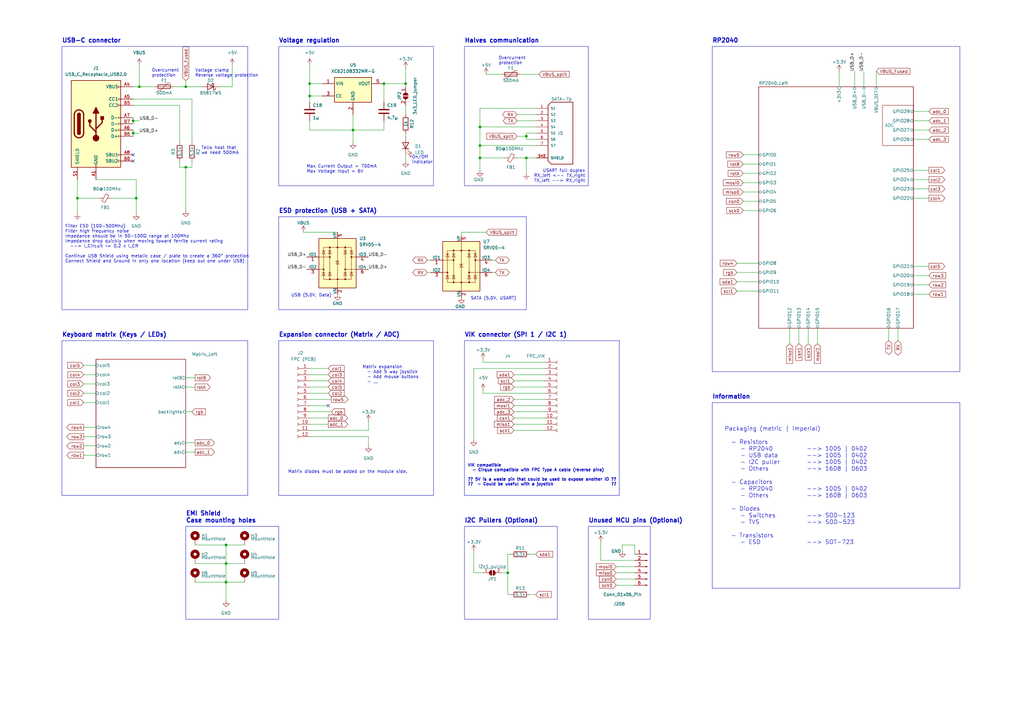
<source format=kicad_sch>
(kicad_sch (version 20230121) (generator eeschema)
  (paper "A3")
  (title_block (title "Echinos - Left Side") (date "2023-06-27"))
  (lib_symbols
    (symbol "Connector:Conn_01x06_Pin" (pin_names (offset 1.016) hide)
      (property "Reference" "J" (at 0 7.62 0))
      (property "Value" "Conn_01x06_Pin" (at 0 -10.16 0))
      (symbol "Conn_01x06_Pin_1_1"
        (pin passive line (at 5.08 5.08 180) (length 3.81) (name "Pin_1") (number "1"))
        (pin passive line (at 5.08 2.54 180) (length 3.81) (name "Pin_2") (number "2"))
        (pin passive line (at 5.08 0 180) (length 3.81) (name "Pin_3") (number "3"))
        (pin passive line (at 5.08 -2.54 180) (length 3.81) (name "Pin_4") (number "4"))
        (pin passive line (at 5.08 -5.08 180) (length 3.81) (name "Pin_5") (number "5"))
        (pin passive line (at 5.08 -7.62 180) (length 3.81) (name "Pin_6") (number "6"))
      )
    )
    (symbol "Connector:Conn_01x12_Socket" (pin_names (offset 1.016) hide)
      (property "Reference" "J" (at 0 15.24 0))
      (property "Value" "Conn_01x12_Socket" (at 0 -17.78 0))
      (symbol "Conn_01x12_Socket_1_1"
        (pin passive line (at -5.08 12.7 0) (length 3.81) (name "Pin_1") (number "1"))
        (pin passive line (at -5.08 -10.16 0) (length 3.81) (name "Pin_10") (number "10"))
        (pin passive line (at -5.08 -12.7 0) (length 3.81) (name "Pin_11") (number "11"))
        (pin passive line (at -5.08 -15.24 0) (length 3.81) (name "Pin_12") (number "12"))
        (pin passive line (at -5.08 10.16 0) (length 3.81) (name "Pin_2") (number "2"))
        (pin passive line (at -5.08 7.62 0) (length 3.81) (name "Pin_3") (number "3"))
        (pin passive line (at -5.08 5.08 0) (length 3.81) (name "Pin_4") (number "4"))
        (pin passive line (at -5.08 2.54 0) (length 3.81) (name "Pin_5") (number "5"))
        (pin passive line (at -5.08 0 0) (length 3.81) (name "Pin_6") (number "6"))
        (pin passive line (at -5.08 -2.54 0) (length 3.81) (name "Pin_7") (number "7"))
        (pin passive line (at -5.08 -5.08 0) (length 3.81) (name "Pin_8") (number "8"))
        (pin passive line (at -5.08 -7.62 0) (length 3.81) (name "Pin_9") (number "9"))
      )
    )
    (symbol "Connector:USB_C_Receptacle_USB2.0" (pin_names (offset 1.016))
      (property "Reference" "J" (at -10.16 19.05 0))
      (property "Value" "USB_C_Receptacle_USB2.0" (at 19.05 19.05 0))
      (symbol "USB_C_Receptacle_USB2.0_1_1"
        (pin passive line (at 0 -22.86 90) (length 5.08) (name "GND") (number "A1"))
        (pin passive line (at 0 -22.86 90) (length 5.08) hide (name "GND") (number "A12"))
        (pin passive line (at 15.24 15.24 180) (length 5.08) (name "VBUS") (number "A4"))
        (pin bidirectional line (at 15.24 10.16 180) (length 5.08) (name "CC1") (number "A5"))
        (pin bidirectional line (at 15.24 -2.54 180) (length 5.08) (name "D+") (number "A6"))
        (pin bidirectional line (at 15.24 2.54 180) (length 5.08) (name "D-") (number "A7"))
        (pin bidirectional line (at 15.24 -12.7 180) (length 5.08) (name "SBU1") (number "A8"))
        (pin passive line (at 15.24 15.24 180) (length 5.08) hide (name "VBUS") (number "A9"))
        (pin passive line (at 0 -22.86 90) (length 5.08) hide (name "GND") (number "B1"))
        (pin passive line (at 0 -22.86 90) (length 5.08) hide (name "GND") (number "B12"))
        (pin passive line (at 15.24 15.24 180) (length 5.08) hide (name "VBUS") (number "B4"))
        (pin bidirectional line (at 15.24 7.62 180) (length 5.08) (name "CC2") (number "B5"))
        (pin bidirectional line (at 15.24 -5.08 180) (length 5.08) (name "D+") (number "B6"))
        (pin bidirectional line (at 15.24 0 180) (length 5.08) (name "D-") (number "B7"))
        (pin bidirectional line (at 15.24 -15.24 180) (length 5.08) (name "SBU2") (number "B8"))
        (pin passive line (at 15.24 15.24 180) (length 5.08) hide (name "VBUS") (number "B9"))
        (pin passive line (at -7.62 -22.86 90) (length 5.08) (name "SHIELD") (number "S1"))
      )
    )
    (symbol "Device:C" (pin_numbers hide) (pin_names (offset 0.254))
      (property "Reference" "C" (at 0.635 2.54 0))
      (property "Value" "C" (at 0.635 -2.54 0))
      (symbol "C_1_1"
        (pin passive line (at 0 3.81 270) (length 2.794) (name "~") (number "1"))
        (pin passive line (at 0 -3.81 90) (length 2.794) (name "~") (number "2"))
      )
    )
    (symbol "Device:D_Schottky" (pin_numbers hide) (pin_names (offset 1.016) hide)
      (property "Reference" "D" (at 0 2.54 0))
      (property "Value" "D_Schottky" (at 0 -2.54 0))
      (symbol "D_Schottky_1_1"
        (pin passive line (at -3.81 0 0) (length 2.54) (name "K") (number "1"))
        (pin passive line (at 3.81 0 180) (length 2.54) (name "A") (number "2"))
      )
    )
    (symbol "Device:FerriteBead_Small" (pin_numbers hide) (pin_names (offset 0))
      (property "Reference" "FB" (at 1.905 1.27 0))
      (property "Value" "FerriteBead_Small" (at 1.905 -1.27 0))
      (symbol "FerriteBead_Small_1_1"
        (pin passive line (at 0 2.54 270) (length 1.27) (name "~") (number "1"))
        (pin passive line (at 0 -2.54 90) (length 1.27) (name "~") (number "2"))
      )
    )
    (symbol "Device:LED" (pin_numbers hide) (pin_names (offset 1.016) hide)
      (property "Reference" "D" (at 0 2.54 0))
      (property "Value" "LED" (at 0 -2.54 0))
      (symbol "LED_1_1"
        (pin passive line (at -3.81 0 0) (length 2.54) (name "K") (number "1"))
        (pin passive line (at 3.81 0 180) (length 2.54) (name "A") (number "2"))
      )
    )
    (symbol "Device:Polyfuse" (pin_numbers hide) (pin_names (offset 0))
      (property "Reference" "F" (at -2.54 0 90))
      (property "Value" "Polyfuse" (at 2.54 0 90))
      (symbol "Polyfuse_1_1"
        (pin passive line (at 0 3.81 270) (length 1.27) (name "~") (number "1"))
        (pin passive line (at 0 -3.81 90) (length 1.27) (name "~") (number "2"))
      )
    )
    (symbol "Device:R" (pin_numbers hide) (pin_names (offset 0))
      (property "Reference" "R" (at 2.032 0 90))
      (property "Value" "R" (at 0 0 90))
      (symbol "R_1_1"
        (pin passive line (at 0 3.81 270) (length 1.27) (name "~") (number "1"))
        (pin passive line (at 0 -3.81 90) (length 1.27) (name "~") (number "2"))
      )
    )
    (symbol "Echinos:SATA-7p" (pin_names (offset 1.016))
      (property "Reference" "J" (at -5.08 13.97 0))
      (property "Value" "SATA-7p" (at -5.08 -15.24 0))
      (symbol "SATA-7p_0_0"
        (pin passive line (at -10.16 7.62 0) (length 5.08) (name "S2") (number "2"))
        (pin passive line (at -10.16 5.08 0) (length 5.08) (name "S3") (number "3"))
        (pin passive line (at -10.16 2.54 0) (length 5.08) (name "S4") (number "4"))
        (pin passive line (at -10.16 0 0) (length 5.08) (name "S5") (number "5"))
        (pin passive line (at -10.16 -2.54 0) (length 5.08) (name "S6") (number "6"))
        (pin passive line (at -10.16 -5.08 0) (length 5.08) (name "S7") (number "7"))
        (pin passive line (at -10.16 -10.16 0) (length 5.08) (name "SHIELD") (number "SH1"))
        (pin passive line (at -10.16 -10.16 0) (length 5.08) (name "SHIELD") (number "SH2"))
      )
      (symbol "SATA-7p_1_1"
        (pin passive line (at -10.16 10.16 0) (length 5.08) (name "S1") (number "1"))
      )
    )
    (symbol "Jumper:SolderJumper_2_Open" (pin_names (offset 0) hide)
      (property "Reference" "JP" (at 0 2.032 0))
      (property "Value" "SolderJumper_2_Open" (at 0 -2.54 0))
      (symbol "SolderJumper_2_Open_1_1"
        (pin passive line (at -3.81 0 0) (length 2.54) (name "A") (number "1"))
        (pin passive line (at 3.81 0 180) (length 2.54) (name "B") (number "2"))
      )
    )
    (symbol "Mechanical:MountingHole_Pad" (pin_numbers hide) (pin_names (offset 1.016) hide)
      (property "Reference" "H" (at 0 6.35 0))
      (property "Value" "MountingHole_Pad" (at 0 4.445 0))
      (symbol "MountingHole_Pad_1_1"
        (pin input line (at 0 -2.54 90) (length 2.54) (name "1") (number "1"))
      )
    )
    (symbol "Power_Protection:SRV05-4" (pin_names (offset 0))
      (property "Reference" "U" (at -5.08 11.43 0))
      (property "Value" "SRV05-4" (at 2.54 11.43 0))
      (symbol "SRV05-4_1_1"
        (pin passive line (at -12.7 2.54 0) (length 5.08) (name "IO1") (number "1"))
        (pin passive line (at 0 -12.7 90) (length 2.54) (name "VN") (number "2"))
        (pin passive line (at -12.7 -2.54 0) (length 5.08) (name "IO2") (number "3"))
        (pin passive line (at 12.7 2.54 180) (length 5.08) (name "IO3") (number "4"))
        (pin passive line (at 0 12.7 270) (length 2.54) (name "VP") (number "5"))
        (pin passive line (at 12.7 -2.54 180) (length 5.08) (name "IO4") (number "6"))
      )
    )
    (symbol "Regulator_Linear:XC6210B332MR"
      (property "Reference" "U" (at 0 8.89 0))
      (property "Value" "XC6210B332MR" (at 0 6.35 0))
      (symbol "XC6210B332MR_1_1"
        (pin power_in line (at -12.7 2.54 0) (length 5.08) (name "VIN") (number "1"))
        (pin power_in line (at 0 -10.16 90) (length 5.08) (name "GND") (number "2"))
        (pin input line (at -12.7 -2.54 0) (length 5.08) (name "CE") (number "3"))
        (pin no_connect line (at 7.62 -2.54 180) (length 5.08) hide (name "NC") (number "4"))
        (pin power_out line (at 12.7 2.54 180) (length 5.08) (name "VOUT") (number "5"))
      )
    )
    (symbol "power:+3.3V" (power) (pin_names (offset 0))
      (property "Value" "+3.3V" (at 0 3.556 0))
      (symbol "+3.3V_1_1"
        (pin power_in line (at 0 0 90) (length 0) hide (name "+3.3V") (number "1"))
      )
    )
    (symbol "power:+5V" (power) (pin_names (offset 0))
      (property "Value" "+5V" (at 0 3.556 0))
      (symbol "+5V_1_1"
        (pin power_in line (at 0 0 90) (length 0) hide (name "+5V") (number "1"))
      )
    )
    (symbol "power:Earth" (power) (pin_names (offset 0))
      (symbol "Earth_1_1"
        (pin power_in line (at 0 0 270) (length 0) hide (name "Earth") (number "1"))
      )
    )
    (symbol "power:GND" (power) (pin_names (offset 0))
      (property "Value" "GND" (at 0 -3.81 0))
      (symbol "GND_1_1"
        (pin power_in line (at 0 0 270) (length 0) hide (name "GND") (number "1"))
      )
    )
    (symbol "power:VBUS" (power) (pin_names (offset 0))
      (property "Value" "VBUS" (at 0 3.81 0))
      (symbol "VBUS_1_1"
        (pin power_in line (at 0 0 90) (length 0) hide (name "VBUS") (number "1"))
      )
    )
  )
  (junction (at 157.48 34.29))
  (junction (at 92.71 238.76))
  (junction (at 57.15 35.56))
  (junction (at 127 39.37))
  (junction (at 54.61 49.53))
  (junction (at 144.78 53.34))
  (junction (at 215.9 64.77))
  (junction (at 55.88 81.28))
  (junction (at 127 34.29))
  (junction (at 54.61 54.61))
  (junction (at 208.28 234.95))
  (junction (at 92.71 223.52))
  (junction (at 166.37 34.29))
  (junction (at 76.2 35.56))
  (junction (at 31.75 81.28))
  (junction (at 196.85 52.07))
  (junction (at 92.71 231.14))
  (junction (at 196.85 64.77))
  (junction (at 215.9 55.88))
  (junction (at 76.2 68.58))
  (junction (at 196.85 59.69))
  (no_connect (at 134.62 166.37))
  (no_connect (at 54.61 66.04))
  (no_connect (at 54.61 63.5))
  (wire (pts (xy 255.27 223.52) (xy 255.27 226.06)))
  (wire (pts (xy 127 166.37) (xy 134.62 166.37)))
  (wire (pts (xy 31.75 81.28) (xy 31.75 73.66)))
  (wire (pts (xy 212.09 46.99) (xy 219.71 46.99)))
  (wire (pts (xy 157.48 41.91) (xy 157.48 34.29)))
  (wire (pts (xy 260.35 229.87) (xy 246.38 229.87)))
  (wire (pts (xy 144.78 46.99) (xy 144.78 53.34)))
  (wire (pts (xy 210.82 163.83) (xy 223.52 163.83)))
  (wire (pts (xy 151.13 182.88) (xy 151.13 179.07)))
  (wire (pts (xy 203.2 111.76) (xy 201.93 111.76)))
  (wire (pts (xy 57.15 54.61) (xy 54.61 54.61)))
  (wire (pts (xy 54.61 35.56) (xy 57.15 35.56)))
  (wire (pts (xy 210.82 153.67) (xy 223.52 153.67)))
  (wire (pts (xy 92.71 231.14) (xy 92.71 238.76)))
  (wire (pts (xy 374.65 109.22) (xy 381 109.22)))
  (wire (pts (xy 144.78 53.34) (xy 157.48 53.34)))
  (wire (pts (xy 92.71 231.14) (xy 100.33 231.14)))
  (wire (pts (xy 196.85 59.69) (xy 196.85 64.77)))
  (wire (pts (xy 54.61 48.26) (xy 54.61 49.53)))
  (wire (pts (xy 344.17 35.56) (xy 344.17 29.21)))
  (wire (pts (xy 166.37 46.99) (xy 166.37 43.18)))
  (wire (pts (xy 196.85 44.45) (xy 219.71 44.45)))
  (wire (pts (xy 34.29 157.48) (xy 39.37 157.48)))
  (wire (pts (xy 124.46 95.25) (xy 138.43 95.25)))
  (wire (pts (xy 134.62 158.75) (xy 127 158.75)))
  (wire (pts (xy 198.12 148.59) (xy 198.12 147.32)))
  (wire (pts (xy 374.65 77.47) (xy 381 77.47)))
  (wire (pts (xy 194.31 234.95) (xy 198.12 234.95)))
  (wire (pts (xy 210.82 156.21) (xy 223.52 156.21)))
  (wire (pts (xy 57.15 26.67) (xy 57.15 35.56)))
  (wire (pts (xy 323.85 134.62) (xy 323.85 140.97)))
  (wire (pts (xy 304.8 67.31) (xy 311.15 67.31)))
  (wire (pts (xy 127 39.37) (xy 132.08 39.37)))
  (wire (pts (xy 260.35 223.52) (xy 260.35 227.33)))
  (wire (pts (xy 304.8 63.5) (xy 311.15 63.5)))
  (wire (pts (xy 217.17 227.33) (xy 219.71 227.33)))
  (wire (pts (xy 73.66 43.18) (xy 73.66 58.42)))
  (wire (pts (xy 76.2 158.75) (xy 80.01 158.75)))
  (wire (pts (xy 76.2 68.58) (xy 73.66 68.58)))
  (wire (pts (xy 208.28 234.95) (xy 205.74 234.95)))
  (wire (pts (xy 196.85 64.77) (xy 207.01 64.77)))
  (wire (pts (xy 175.26 111.76) (xy 176.53 111.76)))
  (wire (pts (xy 215.9 55.88) (xy 215.9 57.15)))
  (wire (pts (xy 76.2 35.56) (xy 82.55 35.56)))
  (wire (pts (xy 302.26 107.95) (xy 311.15 107.95)))
  (wire (pts (xy 157.48 34.29) (xy 166.37 34.29)))
  (wire (pts (xy 80.01 231.14) (xy 92.71 231.14)))
  (wire (pts (xy 78.74 68.58) (xy 76.2 68.58)))
  (wire (pts (xy 223.52 161.29) (xy 198.12 161.29)))
  (wire (pts (xy 127 39.37) (xy 127 41.91)))
  (wire (pts (xy 54.61 43.18) (xy 73.66 43.18)))
  (wire (pts (xy 54.61 54.61) (xy 54.61 55.88)))
  (wire (pts (xy 196.85 52.07) (xy 219.71 52.07)))
  (wire (pts (xy 78.74 66.04) (xy 78.74 68.58)))
  (wire (pts (xy 255.27 223.52) (xy 260.35 223.52)))
  (wire (pts (xy 374.65 73.66) (xy 381 73.66)))
  (wire (pts (xy 304.8 78.74) (xy 311.15 78.74)))
  (wire (pts (xy 76.2 68.58) (xy 76.2 86.36)))
  (wire (pts (xy 335.28 134.62) (xy 335.28 140.97)))
  (wire (pts (xy 76.2 181.61) (xy 80.01 181.61)))
  (wire (pts (xy 189.23 95.25) (xy 199.39 95.25)))
  (wire (pts (xy 208.28 243.84) (xy 208.28 234.95)))
  (wire (pts (xy 196.85 64.77) (xy 196.85 69.85)))
  (wire (pts (xy 199.39 30.48) (xy 205.74 30.48)))
  (wire (pts (xy 302.26 111.76) (xy 311.15 111.76)))
  (wire (pts (xy 34.29 175.26) (xy 39.37 175.26)))
  (wire (pts (xy 198.12 161.29) (xy 198.12 160.02)))
  (wire (pts (xy 127 34.29) (xy 127 26.67)))
  (wire (pts (xy 374.65 120.65) (xy 381 120.65)))
  (wire (pts (xy 364.49 134.62) (xy 364.49 139.7)))
  (wire (pts (xy 34.29 179.07) (xy 39.37 179.07)))
  (wire (pts (xy 34.29 161.29) (xy 39.37 161.29)))
  (wire (pts (xy 212.09 55.88) (xy 215.9 55.88)))
  (wire (pts (xy 76.2 154.94) (xy 80.01 154.94)))
  (wire (pts (xy 34.29 186.69) (xy 39.37 186.69)))
  (wire (pts (xy 212.09 49.53) (xy 219.71 49.53)))
  (wire (pts (xy 304.8 86.36) (xy 311.15 86.36)))
  (wire (pts (xy 166.37 35.56) (xy 166.37 34.29)))
  (wire (pts (xy 252.73 237.49) (xy 260.35 237.49)))
  (wire (pts (xy 359.41 29.21) (xy 359.41 35.56)))
  (wire (pts (xy 210.82 166.37) (xy 223.52 166.37)))
  (wire (pts (xy 210.82 158.75) (xy 223.52 158.75)))
  (wire (pts (xy 135.89 163.83) (xy 127 163.83)))
  (wire (pts (xy 80.01 238.76) (xy 92.71 238.76)))
  (wire (pts (xy 194.31 151.13) (xy 194.31 180.34)))
  (wire (pts (xy 196.85 59.69) (xy 219.71 59.69)))
  (wire (pts (xy 223.52 148.59) (xy 198.12 148.59)))
  (wire (pts (xy 127 171.45) (xy 134.62 171.45)))
  (wire (pts (xy 210.82 171.45) (xy 223.52 171.45)))
  (wire (pts (xy 175.26 106.68) (xy 176.53 106.68)))
  (wire (pts (xy 304.8 82.55) (xy 311.15 82.55)))
  (wire (pts (xy 210.82 176.53) (xy 223.52 176.53)))
  (wire (pts (xy 215.9 54.61) (xy 219.71 54.61)))
  (wire (pts (xy 252.73 234.95) (xy 260.35 234.95)))
  (wire (pts (xy 76.2 33.02) (xy 76.2 35.56)))
  (wire (pts (xy 92.71 223.52) (xy 100.33 223.52)))
  (wire (pts (xy 252.73 232.41) (xy 260.35 232.41)))
  (wire (pts (xy 78.74 40.64) (xy 78.74 58.42)))
  (wire (pts (xy 100.33 238.76) (xy 92.71 238.76)))
  (wire (pts (xy 151.13 176.53) (xy 127 176.53)))
  (wire (pts (xy 31.75 87.63) (xy 31.75 81.28)))
  (wire (pts (xy 80.01 223.52) (xy 92.71 223.52)))
  (wire (pts (xy 55.88 81.28) (xy 55.88 87.63)))
  (wire (pts (xy 127 168.91) (xy 135.89 168.91)))
  (wire (pts (xy 34.29 182.88) (xy 39.37 182.88)))
  (wire (pts (xy 45.72 81.28) (xy 55.88 81.28)))
  (wire (pts (xy 76.2 185.42) (xy 80.01 185.42)))
  (wire (pts (xy 209.55 243.84) (xy 208.28 243.84)))
  (wire (pts (xy 127 53.34) (xy 144.78 53.34)))
  (wire (pts (xy 90.17 35.56) (xy 95.25 35.56)))
  (wire (pts (xy 92.71 238.76) (xy 92.71 246.38)))
  (wire (pts (xy 203.2 106.68) (xy 201.93 106.68)))
  (wire (pts (xy 302.26 115.57) (xy 311.15 115.57)))
  (wire (pts (xy 127 39.37) (xy 127 34.29)))
  (wire (pts (xy 127 53.34) (xy 127 49.53)))
  (wire (pts (xy 54.61 49.53) (xy 54.61 50.8)))
  (wire (pts (xy 134.62 161.29) (xy 127 161.29)))
  (wire (pts (xy 34.29 153.67) (xy 39.37 153.67)))
  (wire (pts (xy 127 34.29) (xy 132.08 34.29)))
  (wire (pts (xy 374.65 53.34) (xy 381 53.34)))
  (wire (pts (xy 374.65 113.03) (xy 381 113.03)))
  (wire (pts (xy 73.66 66.04) (xy 73.66 68.58)))
  (wire (pts (xy 304.8 74.93) (xy 311.15 74.93)))
  (wire (pts (xy 34.29 165.1) (xy 39.37 165.1)))
  (wire (pts (xy 196.85 44.45) (xy 196.85 52.07)))
  (wire (pts (xy 208.28 227.33) (xy 208.28 234.95)))
  (wire (pts (xy 166.37 27.94) (xy 166.37 34.29)))
  (wire (pts (xy 76.2 168.91) (xy 78.74 168.91)))
  (wire (pts (xy 55.88 73.66) (xy 39.37 73.66)))
  (wire (pts (xy 71.12 35.56) (xy 76.2 35.56)))
  (wire (pts (xy 215.9 57.15) (xy 219.71 57.15)))
  (wire (pts (xy 246.38 229.87) (xy 246.38 222.25)))
  (wire (pts (xy 374.65 57.15) (xy 381 57.15)))
  (wire (pts (xy 354.33 29.21) (xy 354.33 35.56)))
  (wire (pts (xy 54.61 53.34) (xy 54.61 54.61)))
  (wire (pts (xy 151.13 179.07) (xy 127 179.07)))
  (wire (pts (xy 368.3 134.62) (xy 368.3 139.7)))
  (wire (pts (xy 134.62 156.21) (xy 127 156.21)))
  (wire (pts (xy 55.88 73.66) (xy 55.88 81.28)))
  (wire (pts (xy 374.65 45.72) (xy 381 45.72)))
  (wire (pts (xy 331.47 134.62) (xy 331.47 140.97)))
  (wire (pts (xy 374.65 49.53) (xy 381 49.53)))
  (wire (pts (xy 304.8 71.12) (xy 311.15 71.12)))
  (wire (pts (xy 215.9 64.77) (xy 215.9 71.12)))
  (wire (pts (xy 95.25 26.67) (xy 95.25 35.56)))
  (wire (pts (xy 215.9 54.61) (xy 215.9 55.88)))
  (wire (pts (xy 374.65 69.85) (xy 381 69.85)))
  (wire (pts (xy 374.65 81.28) (xy 381 81.28)))
  (wire (pts (xy 210.82 168.91) (xy 223.52 168.91)))
  (wire (pts (xy 194.31 226.06) (xy 194.31 234.95)))
  (wire (pts (xy 166.37 63.5) (xy 166.37 66.04)))
  (wire (pts (xy 196.85 52.07) (xy 196.85 59.69)))
  (wire (pts (xy 209.55 227.33) (xy 208.28 227.33)))
  (wire (pts (xy 151.13 172.72) (xy 151.13 176.53)))
  (wire (pts (xy 144.78 53.34) (xy 144.78 58.42)))
  (wire (pts (xy 194.31 151.13) (xy 223.52 151.13)))
  (wire (pts (xy 134.62 153.67) (xy 127 153.67)))
  (wire (pts (xy 57.15 35.56) (xy 63.5 35.56)))
  (wire (pts (xy 54.61 40.64) (xy 78.74 40.64)))
  (wire (pts (xy 189.23 95.25) (xy 189.23 96.52)))
  (wire (pts (xy 57.15 49.53) (xy 54.61 49.53)))
  (wire (pts (xy 215.9 64.77) (xy 219.71 64.77)))
  (wire (pts (xy 217.17 243.84) (xy 219.71 243.84)))
  (wire (pts (xy 213.36 30.48) (xy 220.98 30.48)))
  (wire (pts (xy 166.37 54.61) (xy 166.37 55.88)))
  (wire (pts (xy 31.75 81.28) (xy 40.64 81.28)))
  (wire (pts (xy 350.52 29.21) (xy 350.52 35.56)))
  (wire (pts (xy 134.62 151.13) (xy 127 151.13)))
  (wire (pts (xy 34.29 149.86) (xy 39.37 149.86)))
  (wire (pts (xy 212.09 64.77) (xy 215.9 64.77)))
  (wire (pts (xy 134.62 173.99) (xy 127 173.99)))
  (wire (pts (xy 302.26 119.38) (xy 311.15 119.38)))
  (wire (pts (xy 210.82 173.99) (xy 223.52 173.99)))
  (wire (pts (xy 92.71 223.52) (xy 92.71 231.14)))
  (wire (pts (xy 327.66 134.62) (xy 327.66 140.97)))
  (wire (pts (xy 374.65 116.84) (xy 381 116.84)))
  (wire (pts (xy 157.48 49.53) (xy 157.48 53.34)))
  (wire (pts (xy 252.73 240.03) (xy 260.35 240.03)))
  (rectangle (start 114.3 139.7) (end 177.8 203.2))
  (rectangle (start 114.3 19.05) (end 177.8 76.2))
  (rectangle (start 292.1 165.1) (end 393.7 241.3))
  (rectangle (start 190.5 139.7) (end 254 203.2))
  (rectangle (start 190.5 215.9) (end 228.6 254))
  (rectangle (start 292.1 19.05) (end 393.7 152.4))
  (rectangle (start 76.2 215.9) (end 114.3 254))
  (rectangle (start 190.5 19.05) (end 241.3 76.2))
  (rectangle (start 25.4 19.05) (end 101.6 127))
  (rectangle (start 114.3 88.9) (end 215.9 127))
  (rectangle (start 241.3 215.9) (end 266.7 254))
  (rectangle (start 25.4 139.7) (end 101.6 203.2))
  (text_box "ADC" (at 361.95 43.18 0) (size 12.7 16.51) (stroke (width 0) (color 132 0 0 1)) (effects (font (size 1.27 1.27)) (justify left)))
  (text "Tells host that\nwe need 500mA" (at 82.55 63.5 0) (effects (font (size 1.27 1.27)) (justify left bottom)))
  (text "Halves communication" (at 190.5 17.78 0) (effects (font (size 1.778 1.778) (thickness 0.3556) bold) (justify left bottom)))
  (text "Matrix expansion\n  - Add 5 way joystick\n  - Add mouse buttons\n  - ..." (at 148.59 157.48 0) (effects (font (size 1.27 1.27)) (justify left bottom)))
  (text "Packaging (metric | imperial)\n\n  - Resistors\n	- RP2040		--> 1005 | 0402\n	- USB data 		--> 1005 | 0402\n	- I2C puller	--> 1005 | 0402\n	- Others		--> 1608 | 0603\n\n  - Capacitors\n	- RP2040		--> 1005 | 0402\n	- Others		--> 1608 | 0603\n\n  - Diodes\n	- Switches		--> SOD-123\n	- TVS			--> SOD-523\n\n  - Transistors\n	- ESD			--> SOT-723" (at 297.18 223.52 0) (effects (font (size 1.7 1.7)) (justify left bottom)))
  (text "EMI Shield\nCase mounting holes" (at 76.2 214.63 0) (effects (font (size 1.778 1.778) (thickness 0.3556) bold) (justify left bottom)))
  (text "Information" (at 292.1 163.83 0) (effects (font (size 1.778 1.778) (thickness 0.3556) bold) (justify left bottom)))
  (text "USB (5.0V, Data)" (at 119.38 121.92 0) (effects (font (size 1.27 1.27)) (justify left bottom)))
  (text "ESD protection\n  - VBUS + IO\n    --> ElecSuper USBLC6-2P6-ES (5V, 3 lines, SOT-563)\n\n  - VBUS\n    --> Texas Instruments TVS0500DRVR (0.39)\n    --> Texas Instruments TPD1E10B06QDPYRQ1 (1.11)\n\n  - IO\n    --> Born ESD7L5.0DT5G-N (5V, 2 lines, SOT 723) (0.13)\n	--> Texas Instruments TPD2E2U06 (TODO)" (at -58.42 -43.18 0) (effects (font (size 1.27 1.27)) (justify left bottom)))
  (text "VIK connector (SPI 1 / I2C 1)" (at 190.5 138.43 0) (effects (font (size 1.778 1.778) (thickness 0.3556) bold) (justify left bottom)))
  (text "Overcurrent\nprotection" (at 204.47 26.67 0) (effects (font (size 1.27 1.27)) (justify left bottom)))
  (text "Design rules\n---------\n\n" (at 427.99 27.94 0) (effects (font (size 3 3)) (justify left bottom)))
  (text "Matrix diodes must be added on the module side." (at 118.11 194.31 0) (effects (font (size 1.27 1.27)) (justify left bottom)))
  (text "Max Current Output = 700mA\nMax Voltage Input = 6V" (at 125.73 71.12 0) (effects (font (size 1.27 1.27)) (justify left bottom)))
  (text "Filter ESD (100-500Mhz)\nFilter high frequency noise\nImpedance should be in 50-100Ω range at 100Mhz\nImpedance drop quickly when moving toward ferrite current rating \n  --> I_Circuit ~= 0.2 x I_CR\n\nContinue USB Shield using metalic case / plate to create a 360° protection\nConnect Shield and Ground in only one location (keep out one under USB)" (at 26.67 107.95 0) (effects (font (size 1.27 1.27)) (justify left bottom)))
  (text "USART full duplex\nRX_left <-- TX_right\nTX_left --> RX_right" (at 240.03 74.93 0) (effects (font (size 1.27 1.27)) (justify right bottom)))
  (text "SATA (5.0V, USART)" (at 193.04 123.19 0) (effects (font (size 1.27 1.27)) (justify left bottom)))
  (text "USB-C connector" (at 25.4 17.78 0) (effects (font (size 1.778 1.778) (thickness 0.3556) bold) (justify left bottom)))
  (text "I2C Pullers (Optional)" (at 190.5 214.63 0) (effects (font (size 1.778 1.778) (thickness 0.3556) bold) (justify left bottom)))
  (text "Expansion connector (Matrix / ADC)" (at 114.3 138.43 0) (effects (font (size 1.778 1.778) (thickness 0.3556) bold) (justify left bottom)))
  (text "Voltage regulation" (at 114.3 17.78 0) (effects (font (size 1.778 1.778) (thickness 0.3556) bold) (justify left bottom)))
  (text "Voltage clamp\nReverse voltage protection" (at 80.01 31.75 0) (effects (font (size 1.27 1.27)) (justify left bottom)))
  (text "ESD protection (USB + SATA)\n" (at 114.3 87.63 0) (effects (font (size 1.778 1.778) (thickness 0.3556) bold) (justify left bottom)))
  (text "RP2040" (at 292.1 17.78 0) (effects (font (size 1.778 1.778) (thickness 0.3556) bold) (justify left bottom)))
  (text "Unused MCU pins (Optional)" (at 241.3 214.63 0) (effects (font (size 1.778 1.778) (thickness 0.3556) bold) (justify left bottom)))
  (text "Keyboard matrix (Keys / LEDs)" (at 25.4 138.43 0) (effects (font (size 1.778 1.778) (thickness 0.3556) bold) (justify left bottom)))
  (text "VIK compatible\n  - Cirque compatible with FPC Type A cable (reverse pins)\n \n?? 5V is a waste pin that could be used to expose another IO ??\n??  - Could be useful with a joystick                          ??" (at 191.77 199.39 0) (effects (font (size 1.2 1.2) (thickness 0.24) bold) (justify left bottom)))
  (text "Overcurrent\nprotection" (at 62.23 31.75 0) (effects (font (size 1.27 1.27)) (justify left bottom)))
  (text "On/Off\nindicator" (at 168.91 67.31 0) (effects (font (size 1.27 1.27)) (justify left bottom)))
  (label "USB_D-" (at 125.73 110.49 180))
  (label "USB_D+" (at 57.15 54.61 0))
  (label "USB_D+" (at 125.73 105.41 180))
  (label "USB_D+" (at 350.52 29.21 90))
  (label "USB_D+" (at 151.13 110.49 0))
  (label "USB_D-" (at 354.33 29.21 90))
  (label "USB_D-" (at 57.15 49.53 0))
  (label "USB_D-" (at 151.13 105.41 0))
  (global_label "mosi0" (shape input) (at 304.8 74.93 180) (property "Intersheetrefs" "${INTERSHEET_REFS}" (effects hide)))
  (global_label "col3" (shape input) (at 134.62 153.67 0) (property "Intersheetrefs" "${INTERSHEET_REFS}" (effects hide)))
  (global_label "adc_2" (shape input) (at 381 53.34 0) (property "Intersheetrefs" "${INTERSHEET_REFS}" (effects hide)))
  (global_label "row2" (shape output) (at 34.29 182.88 180) (property "Intersheetrefs" "${INTERSHEET_REFS}" (effects hide)))
  (global_label "row3" (shape input) (at 381 113.03 0) (property "Intersheetrefs" "${INTERSHEET_REFS}" (effects hide)))
  (global_label "col4" (shape output) (at 381 81.28 0) (property "Intersheetrefs" "${INTERSHEET_REFS}" (effects hide)))
  (global_label "rgb" (shape input) (at 135.89 168.91 0) (property "Intersheetrefs" "${INTERSHEET_REFS}" (effects hide)))
  (global_label "adc_1" (shape output) (at 80.01 185.42 0) (property "Intersheetrefs" "${INTERSHEET_REFS}" (effects hide)))
  (global_label "col2" (shape input) (at 34.29 161.29 180) (property "Intersheetrefs" "${INTERSHEET_REFS}" (effects hide)))
  (global_label "adc_0" (shape output) (at 134.62 171.45 0) (property "Intersheetrefs" "${INTERSHEET_REFS}" (effects hide)))
  (global_label "sck1" (shape input) (at 331.47 140.97 270) (property "Intersheetrefs" "${INTERSHEET_REFS}" (effects hide)))
  (global_label "miso1" (shape input) (at 210.82 173.99 180) (property "Intersheetrefs" "${INTERSHEET_REFS}" (effects hide)))
  (global_label "rotB" (shape input) (at 304.8 67.31 180) (property "Intersheetrefs" "${INTERSHEET_REFS}" (effects hide)))
  (global_label "RX" (shape bidirectional) (at 212.09 46.99 180) (property "Intersheetrefs" "${INTERSHEET_REFS}" (effects hide)))
  (global_label "rgb" (shape input) (at 210.82 158.75 180) (property "Intersheetrefs" "${INTERSHEET_REFS}" (effects hide)))
  (global_label "VBUS_Fused" (shape input) (at 76.2 33.02 90) (property "Intersheetrefs" "${INTERSHEET_REFS}" (effects hide)))
  (global_label "adc_3" (shape input) (at 381 57.15 0) (property "Intersheetrefs" "${INTERSHEET_REFS}" (effects hide)))
  (global_label "csn1" (shape input) (at 210.82 171.45 180) (property "Intersheetrefs" "${INTERSHEET_REFS}" (effects hide)))
  (global_label "RX" (shape bidirectional) (at 175.26 106.68 180) (property "Intersheetrefs" "${INTERSHEET_REFS}" (effects hide)))
  (global_label "scl1" (shape input) (at 210.82 156.21 180) (property "Intersheetrefs" "${INTERSHEET_REFS}" (effects hide)))
  (global_label "csn1" (shape input) (at 327.66 140.97 270) (property "Intersheetrefs" "${INTERSHEET_REFS}" (effects hide)))
  (global_label "row3" (shape output) (at 34.29 179.07 180) (property "Intersheetrefs" "${INTERSHEET_REFS}" (effects hide)))
  (global_label "miso0" (shape input) (at 252.73 234.95 180) (property "Intersheetrefs" "${INTERSHEET_REFS}" (effects hide)))
  (global_label "sda1" (shape input) (at 219.71 227.33 0) (property "Intersheetrefs" "${INTERSHEET_REFS}" (effects hide)))
  (global_label "row4" (shape input) (at 302.26 107.95 180) (property "Intersheetrefs" "${INTERSHEET_REFS}" (effects hide)))
  (global_label "row5" (shape output) (at 135.89 163.83 0) (property "Intersheetrefs" "${INTERSHEET_REFS}" (effects hide)))
  (global_label "RX" (shape bidirectional) (at 368.3 139.7 270) (property "Intersheetrefs" "${INTERSHEET_REFS}" (effects hide)))
  (global_label "VBUS_split" (shape input) (at 199.39 95.25 0) (property "Intersheetrefs" "${INTERSHEET_REFS}" (effects hide)))
  (global_label "RX" (shape bidirectional) (at 175.26 111.76 180) (property "Intersheetrefs" "${INTERSHEET_REFS}" (effects hide)))
  (global_label "TX" (shape bidirectional) (at 212.09 49.53 180) (property "Intersheetrefs" "${INTERSHEET_REFS}" (effects hide)))
  (global_label "miso0" (shape input) (at 304.8 78.74 180) (property "Intersheetrefs" "${INTERSHEET_REFS}" (effects hide)))
  (global_label "VBUS_split" (shape input) (at 212.09 55.88 180) (property "Intersheetrefs" "${INTERSHEET_REFS}" (effects hide)))
  (global_label "adc_0" (shape input) (at 381 45.72 0) (property "Intersheetrefs" "${INTERSHEET_REFS}" (effects hide)))
  (global_label "TX" (shape bidirectional) (at 364.49 139.7 270) (property "Intersheetrefs" "${INTERSHEET_REFS}" (effects hide)))
  (global_label "col1" (shape input) (at 134.62 151.13 0) (property "Intersheetrefs" "${INTERSHEET_REFS}" (effects hide)))
  (global_label "sck0" (shape input) (at 252.73 240.03 180) (property "Intersheetrefs" "${INTERSHEET_REFS}" (effects hide)))
  (global_label "col3" (shape output) (at 381 77.47 0) (property "Intersheetrefs" "${INTERSHEET_REFS}" (effects hide)))
  (global_label "col5" (shape input) (at 134.62 158.75 0) (property "Intersheetrefs" "${INTERSHEET_REFS}" (effects hide)))
  (global_label "mosi1" (shape input) (at 335.28 140.97 270) (property "Intersheetrefs" "${INTERSHEET_REFS}" (effects hide)))
  (global_label "col1" (shape output) (at 381 69.85 0) (property "Intersheetrefs" "${INTERSHEET_REFS}" (effects hide)))
  (global_label "mosi0" (shape input) (at 252.73 232.41 180) (property "Intersheetrefs" "${INTERSHEET_REFS}" (effects hide)))
  (global_label "VBUS_split" (shape input) (at 220.98 30.48 0) (property "Intersheetrefs" "${INTERSHEET_REFS}" (effects hide)))
  (global_label "TX" (shape bidirectional) (at 203.2 106.68 0) (property "Intersheetrefs" "${INTERSHEET_REFS}" (effects hide)))
  (global_label "adc_0" (shape output) (at 80.01 181.61 0) (property "Intersheetrefs" "${INTERSHEET_REFS}" (effects hide)))
  (global_label "col2" (shape output) (at 381 73.66 0) (property "Intersheetrefs" "${INTERSHEET_REFS}" (effects hide)))
  (global_label "sck0" (shape input) (at 304.8 86.36 180) (property "Intersheetrefs" "${INTERSHEET_REFS}" (effects hide)))
  (global_label "sck1" (shape input) (at 210.82 176.53 180) (property "Intersheetrefs" "${INTERSHEET_REFS}" (effects hide)))
  (global_label "adc_3" (shape input) (at 210.82 168.91 180) (property "Intersheetrefs" "${INTERSHEET_REFS}" (effects hide)))
  (global_label "row1" (shape output) (at 34.29 186.69 180) (property "Intersheetrefs" "${INTERSHEET_REFS}" (effects hide)))
  (global_label "col4" (shape input) (at 34.29 153.67 180) (property "Intersheetrefs" "${INTERSHEET_REFS}" (effects hide)))
  (global_label "csn0" (shape input) (at 304.8 82.55 180) (property "Intersheetrefs" "${INTERSHEET_REFS}" (effects hide)))
  (global_label "scl1" (shape input) (at 302.26 119.38 180) (property "Intersheetrefs" "${INTERSHEET_REFS}" (effects hide)))
  (global_label "col5" (shape input) (at 34.29 149.86 180) (property "Intersheetrefs" "${INTERSHEET_REFS}" (effects hide)))
  (global_label "row5" (shape input) (at 304.8 63.5 180) (property "Intersheetrefs" "${INTERSHEET_REFS}" (effects hide)))
  (global_label "TX" (shape bidirectional) (at 203.2 111.76 0) (property "Intersheetrefs" "${INTERSHEET_REFS}" (effects hide)))
  (global_label "row2" (shape input) (at 381 116.84 0) (property "Intersheetrefs" "${INTERSHEET_REFS}" (effects hide)))
  (global_label "row1" (shape input) (at 381 120.65 0) (property "Intersheetrefs" "${INTERSHEET_REFS}" (effects hide)))
  (global_label "col2" (shape input) (at 134.62 161.29 0) (property "Intersheetrefs" "${INTERSHEET_REFS}" (effects hide)))
  (global_label "rotA" (shape input) (at 304.8 71.12 180) (property "Intersheetrefs" "${INTERSHEET_REFS}" (effects hide)))
  (global_label "csn0" (shape input) (at 252.73 237.49 180) (property "Intersheetrefs" "${INTERSHEET_REFS}" (effects hide)))
  (global_label "adc_2" (shape input) (at 210.82 163.83 180) (property "Intersheetrefs" "${INTERSHEET_REFS}" (effects hide)))
  (global_label "col3" (shape input) (at 34.29 157.48 180) (property "Intersheetrefs" "${INTERSHEET_REFS}" (effects hide)))
  (global_label "mosi1" (shape input) (at 210.82 166.37 180) (property "Intersheetrefs" "${INTERSHEET_REFS}" (effects hide)))
  (global_label "col1" (shape input) (at 34.29 165.1 180) (property "Intersheetrefs" "${INTERSHEET_REFS}" (effects hide)))
  (global_label "miso1" (shape input) (at 323.85 140.97 270) (property "Intersheetrefs" "${INTERSHEET_REFS}" (effects hide)))
  (global_label "rotA" (shape output) (at 80.01 158.75 0) (property "Intersheetrefs" "${INTERSHEET_REFS}" (effects hide)))
  (global_label "rgb" (shape input) (at 302.26 111.76 180) (property "Intersheetrefs" "${INTERSHEET_REFS}" (effects hide)))
  (global_label "adc_1" (shape output) (at 134.62 173.99 0) (property "Intersheetrefs" "${INTERSHEET_REFS}" (effects hide)))
  (global_label "col5" (shape output) (at 381 109.22 0) (property "Intersheetrefs" "${INTERSHEET_REFS}" (effects hide)))
  (global_label "sda1" (shape input) (at 302.26 115.57 180) (property "Intersheetrefs" "${INTERSHEET_REFS}" (effects hide)))
  (global_label "rotB" (shape output) (at 80.01 154.94 0) (property "Intersheetrefs" "${INTERSHEET_REFS}" (effects hide)))
  (global_label "sda1" (shape input) (at 210.82 153.67 180) (property "Intersheetrefs" "${INTERSHEET_REFS}" (effects hide)))
  (global_label "rgb" (shape input) (at 78.74 168.91 0) (property "Intersheetrefs" "${INTERSHEET_REFS}" (effects hide)))
  (global_label "row4" (shape output) (at 34.29 175.26 180) (property "Intersheetrefs" "${INTERSHEET_REFS}" (effects hide)))
  (global_label "col4" (shape input) (at 134.62 156.21 0) (property "Intersheetrefs" "${INTERSHEET_REFS}" (effects hide)))
  (global_label "scl1" (shape input) (at 219.71 243.84 0) (property "Intersheetrefs" "${INTERSHEET_REFS}" (effects hide)))
  (global_label "VBUS_Fused" (shape input) (at 359.41 29.21 0) (property "Intersheetrefs" "${INTERSHEET_REFS}" (effects hide)))
  (global_label "adc_1" (shape input) (at 381 49.53 0) (property "Intersheetrefs" "${INTERSHEET_REFS}" (effects hide)))
  (symbol (lib_id "Power_Protection:SRV05-4") (at 189.23 109.22 0) (unit 1)
    (property "Reference" "U7" (at 198.12 99.06 0) (effects (justify left)))
    (property "Value" "SRV05-4" (at 198.12 101.6 0) (effects (justify left)))
    (property "Footprint" "Package_TO_SOT_SMD:SOT-23-6" (effects hide))
    (property "Datasheet" "https://datasheet.lcsc.com/lcsc/2309211436_DOWO-SRV05-4_C2972082.pdf" (effects hide))
    (property "LCSC" "C2972082" (effects hide))
  )
  (symbol (lib_id "Device:R") (at 166.37 50.8 0) (mirror x) (unit 1)
    (property "Reference" "R12" (at 168.91 50.8 90))
    (property "Value" "1k" (at 166.37 50.8 90))
    (property "Footprint" "Resistor_SMD:R_0402_1005Metric_Pad0.72x0.64mm_HandSolder" (effects hide))
    (property "LCSC" "C11702" (effects hide))
    (instances (project "Echinos" (path "" (reference "R12") (unit 1)) (path "" (reference "R9") (unit 1))) (project "Echinos" (path "" (reference "R6") (unit 1))))
  )
  (symbol (lib_id "Mechanical:MountingHole_Pad") (at 80.01 220.98 0) (unit 1) (in_bom no)
    (property "Reference" "H1" (at 82.55 219.71 0) (effects (justify left)))
    (property "Value" "MountHole" (at 82.55 220.98 0) (effects (justify left)))
    (property "Footprint" "Echinos:MountingHole_3mm_Pad_Via" (effects hide))
  )
  (symbol (lib_id "Power_Protection:SRV05-4") (at 138.43 107.95 0) (unit 1)
    (property "Reference" "U3" (at 147.32 97.79 0) (effects (justify left)))
    (property "Value" "SRV05-4" (at 147.32 100.33 0) (effects (justify left)))
    (property "Footprint" "Package_TO_SOT_SMD:SOT-23-6" (effects hide))
    (property "Datasheet" "https://datasheet.lcsc.com/lcsc/2309211436_DOWO-SRV05-4_C2972082.pdf" (effects hide))
    (property "LCSC" "C2972082" (effects hide))
  )
  (symbol (lib_id "power:+3.3V") (at 166.37 27.94 0) (unit 1)
    (property "Reference" "#PWR031" (effects hide))
    (property "Value" "+3.3V" (at 166.37 24.13 0))
    (instances (project "Echinos" (path "" (reference "#PWR031") (unit 1)) (path "" (reference "#PWR025") (unit 1))) (project "Echinos" (path "" (reference "#PWR08") (unit 1))))
  )
  (symbol (lib_id "Device:Polyfuse") (at 209.55 30.48 90) (unit 1)
    (property "Reference" "F1" (at 209.55 27.94 90))
    (property "Value" "500mA" (at 209.55 33.02 90))
    (property "Footprint" "Fuse:Fuse_0603_1608Metric_Pad1.05x0.95mm_HandSolder" (effects hide))
    (property "LCSC" "C69679" (effects hide))
    (instances (project "Echinos" (path "" (reference "F1") (unit 1)) (path "" (reference "F2") (unit 1))) (project "Echinos" (path "" (reference "F1") (unit 1))))
  )
  (symbol (lib_id "power:+5V") (at 198.12 160.02 0) (unit 1)
    (property "Reference" "#PWR029" (effects hide))
    (property "Value" "+5V" (at 198.12 154.94 0))
    (instances (project "Echinos" (path "" (reference "#PWR029") (unit 1)) (path "" (reference "#PWR0206") (unit 1))))
  )
  (symbol (lib_id "Connector:Conn_01x06_Pin") (at 265.43 232.41 0) (mirror y) (unit 1) (in_bom no)
    (property "Reference" "J206" (at 254 247.65 0))
    (property "Value" "Conn_01x06_Pin" (at 255.27 243.84 0))
    (property "Footprint" "Connector_PinSocket_2.00mm:PinSocket_1x06_P2.00mm_Horizontal" (effects hide))
  )
  (symbol (lib_id "Mechanical:MountingHole_Pad") (at 100.33 236.22 0) (unit 1) (in_bom no)
    (property "Reference" "H5" (at 102.87 234.95 0) (effects (justify left)))
    (property "Value" "MountHole" (at 102.87 236.22 0) (effects (justify left)))
    (property "Footprint" "Echinos:MountingHole_3mm_Pad_Via" (effects hide))
  )
  (symbol (lib_id "power:GND") (at 92.71 246.38 0) (unit 1)
    (property "Reference" "#PWR026" (effects hide))
    (property "Value" "GND" (at 92.71 251.46 0))
    (instances (project "Echinos" (path "" (reference "#PWR026") (unit 1)) (path "" (reference "#PWR053") (unit 1))))
  )
  (symbol (lib_id "Mechanical:MountingHole_Pad") (at 80.01 228.6 0) (unit 1) (in_bom no)
    (property "Reference" "H2" (at 82.55 227.33 0) (effects (justify left)))
    (property "Value" "MountHole" (at 82.55 228.6 0) (effects (justify left)))
    (property "Footprint" "Echinos:MountingHole_3mm_Pad_Via" (effects hide))
  )
  (symbol (lib_id "Device:R") (at 213.36 227.33 270) (mirror x) (unit 1)
    (property "Reference" "R11" (at 213.36 224.79 90))
    (property "Value" "5.1k" (at 213.36 227.33 90))
    (property "Footprint" "Resistor_SMD:R_0402_1005Metric_Pad0.72x0.64mm_HandSolder" (effects hide))
    (property "LCSC" "C25905" (effects hide))
    (instances (project "Echinos" (path "" (reference "R11") (unit 1)) (path "" (reference "R14") (unit 1))) (project "Echinos" (path "" (reference "R6") (unit 1))))
  )
  (symbol (lib_id "Device:D_Schottky") (at 86.36 35.56 180) (unit 1)
    (property "Reference" "D2" (at 86.36 33.02 0))
    (property "Value" "B5817WS" (at 86.36 38.1 0))
    (property "Footprint" "Diode_SMD:D_SOD-323_HandSoldering" (effects hide))
    (property "LCSC" "C123899" (effects hide))
    (instances (project "Echinos" (path "" (reference "D2") (unit 1)) (path "" (reference "D1") (unit 1))) (project "Echinos" (path "" (reference "D2") (unit 1))))
  )
  (symbol (lib_id "Mechanical:MountingHole_Pad") (at 100.33 228.6 0) (unit 1) (in_bom no)
    (property "Reference" "H4" (at 102.87 227.33 0) (effects (justify left)))
    (property "Value" "MountHole" (at 102.87 228.6 0) (effects (justify left)))
    (property "Footprint" "Echinos:MountingHole_3mm_Pad_Via" (effects hide))
  )
  (symbol (lib_id "power:GND") (at 166.37 66.04 0) (unit 1)
    (property "Reference" "#PWR032" (effects hide))
    (property "Value" "GND" (at 166.37 71.12 0))
    (instances (project "Echinos" (path "" (reference "#PWR032") (unit 1)) (path "" (reference "#PWR026") (unit 1))))
  )
  (symbol (lib_id "Jumper:SolderJumper_2_Open") (at 201.93 234.95 0) (unit 1)
    (property "Reference" "JP1" (at 201.93 237.49 0))
    (property "Value" "i2c1_pullUp" (at 201.93 232.41 0))
    (property "Footprint" "Echinos:SolderJumper_Open_0.8x1.2mm" (effects hide))
    (instances (project "Echinos" (path "" (reference "JP1") (unit 1)) (path "" (reference "JP2") (unit 1))))
  )
  (symbol (lib_id "power:GND") (at 189.23 121.92 0) (unit 1)
    (property "Reference" "#PWR09" (effects hide))
    (property "Value" "GND" (at 186.69 125.73 0) (effects (justify left)))
    (instances (project "Echinos" (path "" (reference "#PWR09") (unit 1)) (path "" (reference "#PWR013") (unit 1))))
  )
  (symbol (lib_id "power:GND") (at 194.31 180.34 0) (unit 1)
    (property "Reference" "#PWR011" (effects hide))
    (property "Value" "GND" (at 194.31 185.42 0))
    (instances (project "Echinos" (path "" (reference "#PWR011") (unit 1)) (path "" (reference "#PWR027") (unit 1))))
  )
  (symbol (lib_id "power:VBUS") (at 57.15 26.67 0) (unit 1)
    (property "Reference" "#PWR052" (effects hide))
    (property "Value" "VBUS" (at 57.15 21.59 0))
  )
  (symbol (lib_id "Connector:Conn_01x12_Socket") (at 121.92 163.83 0) (mirror y) (unit 1)
    (property "Reference" "J2" (at 123.19 144.78 0))
    (property "Value" "FPC (PCB)" (at 124.46 147.32 0))
    (property "Footprint" "Connector_FFC-FPC:Hirose_FH12-12S-0.5SH_1x12-1MP_P0.50mm_Horizontal" (effects hide))
    (property "LCSC" "TODO" (effects hide))
    (instances (project "Echinos" (path "" (reference "J2") (unit 1)) (path "" (reference "J208") (unit 1))))
  )
  (symbol (lib_id "Connector:USB_C_Receptacle_USB2.0") (at 39.37 50.8 0) (unit 1)
    (property "Reference" "J1" (at 39.37 27.94 0))
    (property "Value" "USB_C_Receptacle_USB2.0" (at 39.37 30.48 0))
    (property "Footprint" "Connector_USB:USB_C_Receptacle_HRO_TYPE-C-31-M-12" (effects hide))
    (property "Datasheet" "https://www.usb.org/sites/default/files/documents/usb_type-c.zip" (effects hide))
    (property "LCSC" "C165948" (effects hide))
  )
  (symbol (lib_id "power:GND") (at 55.88 87.63 0) (unit 1)
    (property "Reference" "#PWR08" (effects hide))
    (property "Value" "GND" (at 55.88 92.71 0))
    (instances (project "Echinos" (path "" (reference "#PWR08") (unit 1)) (path "" (reference "#PWR015") (unit 1))))
  )
  (symbol (lib_id "power:GND") (at 138.43 120.65 0) (unit 1)
    (property "Reference" "#PWR013" (effects hide))
    (property "Value" "GND" (at 138.43 124.46 0))
    (instances (project "Echinos" (path "" (reference "#PWR013") (unit 1)) (path "" (reference "#PWR024") (unit 1))))
  )
  (symbol (lib_id "Jumper:SolderJumper_2_Open") (at 166.37 39.37 270) (unit 1)
    (property "Reference" "JP2" (at 163.83 39.37 0))
    (property "Value" "3x3_LED_jumper" (at 170.18 39.37 0))
    (property "Footprint" "Echinos:SolderJumper_Open_0.8x1.2mm" (effects hide))
    (instances (project "Echinos" (path "" (reference "JP2") (unit 1)) (path "" (reference "JP205") (unit 1))))
  )
  (symbol (lib_id "power:+5V") (at 199.39 30.48 0) (unit 1)
    (property "Reference" "#PWR029" (effects hide))
    (property "Value" "+5V" (at 199.39 26.67 0))
    (instances (project "Echinos" (path "" (reference "#PWR029") (unit 1)) (path "" (reference "#PWR030") (unit 1))))
  )
  (symbol (lib_id "Device:R") (at 78.74 62.23 0) (unit 1)
    (property "Reference" "R2" (at 81.28 62.23 90))
    (property "Value" "5.1k" (at 78.74 62.23 90))
    (property "Footprint" "Resistor_SMD:R_0402_1005Metric_Pad0.72x0.64mm_HandSolder" (effects hide))
    (property "LCSC" "C25905" (effects hide))
    (instances (project "Echinos" (path "" (reference "R2") (unit 1)) (path "" (reference "R7") (unit 1))) (project "Echinos" (path "" (reference "R5") (unit 1))))
  )
  (symbol (lib_id "Device:C") (at 127 45.72 0) (unit 1)
    (property "Reference" "C18" (at 128.27 43.18 0) (effects (justify left)))
    (property "Value" "1µ" (at 128.27 48.26 0) (effects (justify left)))
    (property "Footprint" "Capacitor_SMD:C_0603_1608Metric_Pad1.08x0.95mm_HandSolder" (effects hide))
    (property "LCSC" "C458913" (effects hide))
    (instances (project "Echinos" (path "" (reference "C18") (unit 1)) (path "" (reference "C14") (unit 1))) (project "Echinos" (path "" (reference "C1") (unit 1))))
  )
  (symbol (lib_id "Mechanical:MountingHole_Pad") (at 100.33 220.98 0) (unit 1) (in_bom no)
    (property "Reference" "H3" (at 102.87 219.71 0) (effects (justify left)))
    (property "Value" "MountHole" (at 102.87 220.98 0) (effects (justify left)))
    (property "Footprint" "Echinos:MountingHole_3mm_Pad_Via" (effects hide))
  )
  (symbol (lib_id "Device:FerriteBead_Small") (at 209.55 64.77 270) (unit 1)
    (property "Reference" "FB1" (at 209.55 68.58 90))
    (property "Value" "80@100Mhz" (at 203.2 60.96 90) (effects (justify left)))
    (property "Footprint" "Inductor_SMD:L_0805_2012Metric_Pad1.15x1.40mm_HandSolder" (effects hide))
    (property "Datasheet" "https://datasheet.lcsc.com/lcsc/2110081230_Sunlord-PZ2012D800-3R0TF_C12389.pdf" (effects hide))
    (property "LCSC" "C12389" (effects hide))
    (instances (project "Echinos" (path "" (reference "FB1") (unit 1)) (path "" (reference "FB2") (unit 1))))
  )
  (symbol (lib_id "power:+3.3V") (at 246.38 222.25 0) (unit 1)
    (property "Reference" "#PWR033" (effects hide))
    (property "Value" "+3.3V" (at 246.38 218.44 0))
    (instances (project "Echinos" (path "" (reference "#PWR033") (unit 1)) (path "" (reference "#PWR0219") (unit 1))) (project "Echinos" (path "" (reference "#PWR08") (unit 1))))
  )
  (symbol (lib_id "power:VBUS") (at 124.46 95.25 0) (unit 1)
    (property "Reference" "#PWR028" (effects hide))
    (property "Value" "VBUS" (at 124.46 91.44 0))
  )
  (symbol (lib_id "power:+3.3V") (at 151.13 172.72 0) (unit 1)
    (property "Reference" "#PWR033" (effects hide))
    (property "Value" "+3.3V" (at 151.13 168.91 0))
    (instances (project "Echinos" (path "" (reference "#PWR033") (unit 1)) (path "" (reference "#PWR0220") (unit 1))) (project "Echinos" (path "" (reference "#PWR08") (unit 1))))
  )
  (symbol (lib_id "power:Earth") (at 215.9 71.12 0) (unit 1)
    (property "Reference" "#PWR021" (effects hide))
    (property "Value" "Earth" (effects hide))
  )
  (symbol (lib_id "power:Earth") (at 31.75 87.63 0) (unit 1)
    (property "Reference" "#PWR014" (effects hide))
    (property "Value" "Earth" (effects hide))
  )
  (symbol (lib_id "Device:R") (at 73.66 62.23 0) (unit 1)
    (property "Reference" "R3" (at 71.12 62.23 90))
    (property "Value" "5.1k" (at 73.66 62.23 90))
    (property "Footprint" "Resistor_SMD:R_0402_1005Metric_Pad0.72x0.64mm_HandSolder" (effects hide))
    (property "LCSC" "C25905" (effects hide))
    (instances (project "Echinos" (path "" (reference "R3") (unit 1)) (path "" (reference "R6") (unit 1))) (project "Echinos" (path "" (reference "R4") (unit 1))))
  )
  (symbol (lib_id "Device:Polyfuse") (at 67.31 35.56 90) (unit 1)
    (property "Reference" "F1" (at 67.31 33.02 90))
    (property "Value" "500mA" (at 67.31 38.1 90))
    (property "Footprint" "Fuse:Fuse_0603_1608Metric_Pad1.05x0.95mm_HandSolder" (effects hide))
    (property "LCSC" "C69679" (effects hide))
  )
  (symbol (lib_id "Mechanical:MountingHole_Pad") (at 80.01 236.22 0) (unit 1) (in_bom no)
    (property "Reference" "H6" (at 82.55 234.95 0) (effects (justify left)))
    (property "Value" "MountHole" (at 82.55 236.22 0) (effects (justify left)))
    (property "Footprint" "Echinos:MountingHole_3mm_Pad_Via" (effects hide))
  )
  (symbol (lib_id "power:GND") (at 144.78 58.42 0) (unit 1)
    (property "Reference" "#PWR030" (effects hide))
    (property "Value" "GND" (at 144.78 63.5 0))
    (instances (project "Echinos" (path "" (reference "#PWR030") (unit 1)) (path "" (reference "#PWR023") (unit 1))))
  )
  (symbol (lib_id "Regulator_Linear:XC6210B332MR") (at 144.78 36.83 0) (unit 1)
    (property "Reference" "U5" (at 144.78 26.67 0))
    (property "Value" "XC6210B332MR-G" (at 144.78 29.21 0))
    (property "Footprint" "Package_TO_SOT_SMD:SOT-23-5_HandSoldering" (effects hide))
    (property "Datasheet" "https://www.torexsemi.com/file/xc6210/XC6210.pdf" (effects hide))
    (property "LCSC" "C47719" (effects hide))
    (instances (project "Echinos" (path "" (reference "U5") (unit 1)) (path "" (reference "U2") (unit 1))))
  )
  (symbol (lib_id "Connector:Conn_01x12_Socket") (at 228.6 161.29 0) (unit 1)
    (property "Reference" "J4" (at 207.01 146.05 0) (effects (justify left)))
    (property "Value" "FPC_VIK" (at 215.9 146.05 0) (effects (justify left)))
    (property "Footprint" "Connector_FFC-FPC:Hirose_FH12-12S-0.5SH_1x12-1MP_P0.50mm_Horizontal" (effects hide))
    (property "LCSC" "C3170111" (effects hide))
    (property "LCSC2" "C464571" (effects hide))
  )
  (symbol (lib_id "power:+3.3V") (at 198.12 147.32 0) (unit 1)
    (property "Reference" "#PWR033" (effects hide))
    (property "Value" "+3.3V" (at 198.12 143.51 0))
    (instances (project "Echinos" (path "" (reference "#PWR033") (unit 1)) (path "" (reference "#PWR0302") (unit 1))) (project "Echinos" (path "" (reference "#PWR08") (unit 1))))
  )
  (symbol (lib_id "Device:FerriteBead_Small") (at 43.18 81.28 270) (unit 1)
    (property "Reference" "FB1" (at 43.18 85.09 90))
    (property "Value" "80@100Mhz" (at 38.1 77.47 90) (effects (justify left)))
    (property "Footprint" "Inductor_SMD:L_0805_2012Metric_Pad1.15x1.40mm_HandSolder" (effects hide))
    (property "Datasheet" "https://datasheet.lcsc.com/lcsc/2110081230_Sunlord-PZ2012D800-3R0TF_C12389.pdf" (effects hide))
    (property "LCSC" "C12389" (effects hide))
  )
  (symbol (lib_id "power:GND") (at 255.27 226.06 0) (unit 1)
    (property "Reference" "#PWR012" (effects hide))
    (property "Value" "GND" (at 252.73 226.06 0))
    (instances (project "Echinos" (path "" (reference "#PWR012") (unit 1)) (path "" (reference "#PWR0218") (unit 1))))
  )
  (symbol (lib_id "Echinos:SATA-7p") (at 229.87 54.61 0) (unit 1)
    (property "Reference" "J5" (at 228.6 54.61 0) (effects (justify left)))
    (property "Value" "SATA-7p" (at 226.06 40.64 0) (effects (justify left)))
    (property "Footprint" "Echinos:SATA_1x07_P1.27mm_SMD" (effects hide))
  )
  (symbol (lib_id "Device:LED") (at 166.37 59.69 90) (unit 1)
    (property "Reference" "D1" (at 170.18 60.0075 90) (effects (justify right)))
    (property "Value" "LED" (at 170.18 62.5475 90) (effects (justify right)))
    (property "Footprint" "Diode_SMD:D_SOD-323_HandSoldering" (effects hide))
    (instances (project "Echinos" (path "" (reference "D1") (unit 1)) (path "" (reference "D3") (unit 1))))
  )
  (symbol (lib_id "Device:C") (at 157.48 45.72 0) (unit 1)
    (property "Reference" "C19" (at 158.75 43.18 0) (effects (justify left)))
    (property "Value" "4.7µ" (at 158.75 48.26 0) (effects (justify left)))
    (property "Footprint" "Capacitor_SMD:C_0603_1608Metric_Pad1.08x0.95mm_HandSolder" (effects hide))
    (property "LCSC" "C19666" (effects hide))
    (instances (project "Echinos" (path "" (reference "C19") (unit 1)) (path "" (reference "C15") (unit 1))) (project "Echinos" (path "" (reference "C1") (unit 1))))
  )
  (symbol (lib_id "power:+5V") (at 127 26.67 0) (unit 1)
    (property "Reference" "#PWR029" (effects hide))
    (property "Value" "+5V" (at 127 21.59 0))
    (instances (project "Echinos" (path "" (reference "#PWR029") (unit 1)) (path "" (reference "#PWR020") (unit 1))))
  )
  (symbol (lib_id "power:GND") (at 76.2 86.36 0) (unit 1)
    (property "Reference" "#PWR012" (effects hide))
    (property "Value" "GND" (at 76.2 91.44 0))
    (instances (project "Echinos" (path "" (reference "#PWR012") (unit 1)) (path "" (reference "#PWR016") (unit 1))))
  )
  (symbol (lib_id "power:+3.3V") (at 344.17 29.21 0) (unit 1)
    (property "Reference" "#PWR025" (effects hide))
    (property "Value" "+3.3V" (at 344.17 25.4 0))
    (instances (project "Echinos" (path "" (reference "#PWR025") (unit 1)) (path "" (reference "#PWR034") (unit 1))) (project "Echinos" (path "" (reference "#PWR08") (unit 1))))
  )
  (symbol (lib_id "Device:R") (at 213.36 243.84 270) (mirror x) (unit 1)
    (property "Reference" "R13" (at 213.36 241.3 90))
    (property "Value" "5.1k" (at 213.36 243.84 90))
    (property "Footprint" "Resistor_SMD:R_0402_1005Metric_Pad0.72x0.64mm_HandSolder" (effects hide))
    (property "LCSC" "C25905" (effects hide))
    (instances (project "Echinos" (path "" (reference "R13") (unit 1)) (path "" (reference "R15") (unit 1))) (project "Echinos" (path "" (reference "R6") (unit 1))))
  )
  (symbol (lib_id "power:+3.3V") (at 194.31 226.06 0) (unit 1)
    (property "Reference" "#PWR034" (effects hide))
    (property "Value" "+3.3V" (at 194.31 222.25 0))
    (instances (project "Echinos" (path "" (reference "#PWR034") (unit 1)) (path "" (reference "#PWR029") (unit 1))) (project "Echinos" (path "" (reference "#PWR08") (unit 1))))
  )
  (symbol (lib_id "power:GND") (at 196.85 69.85 0) (unit 1)
    (property "Reference" "#PWR09" (effects hide))
    (property "Value" "GND" (at 194.31 73.66 0) (effects (justify left)))
    (instances (project "Echinos" (path "" (reference "#PWR09") (unit 1)) (path "" (reference "#PWR012") (unit 1))))
  )
  (symbol (lib_id "power:+5V") (at 95.25 26.67 0) (unit 1)
    (property "Reference" "#PWR029" (effects hide))
    (property "Value" "+5V" (at 95.25 21.59 0))
    (instances (project "Echinos" (path "" (reference "#PWR029") (unit 1)) (path "" (reference "#PWR018") (unit 1))))
  )
  (symbol (lib_id "power:GND") (at 151.13 182.88 0) (unit 1)
    (property "Reference" "#PWR011" (effects hide))
    (property "Value" "GND" (at 151.13 187.96 0))
    (instances (project "Echinos" (path "" (reference "#PWR011") (unit 1)) (path "" (reference "#PWR0221") (unit 1))))
  )
  (sheet (at 39.37 147.32) (size 36.83 44.45) (stroke (width 0.1524))
    (property "Sheetname" "Matrix_Left" (at 78.74 146.05 0) (effects (justify left bottom)))
    (property "Sheetfile" "Keyboard_Matrix.kicad_sch" (effects hide))
    (pin "col2" input (at 39.37 161.29 180))
    (pin "rotB" output (at 76.2 154.94 0))
    (pin "rotA" output (at 76.2 158.75 0))
    (pin "ady" output (at 76.2 181.61 0))
    (pin "adx" output (at 76.2 185.42 0))
    (pin "row1" output (at 39.37 186.69 180))
    (pin "row3" output (at 39.37 179.07 180))
    (pin "row2" output (at 39.37 182.88 180))
    (pin "col1" input (at 39.37 165.1 180))
    (pin "row4" output (at 39.37 175.26 180))
    (pin "col3" input (at 39.37 157.48 180))
    (pin "col4" input (at 39.37 153.67 180))
    (pin "col5" input (at 39.37 149.86 180))
    (pin "backlights" input (at 76.2 168.91 0))
  )
  (sheet (at 311.15 35.56) (size 63.5 99.06) (stroke (width 0.1524))
    (property "Sheetname" "RP2040_Left" (at 311.15 34.8484 0) (effects (justify left bottom)))
    (property "Sheetfile" "RP2040.kicad_sch" (effects hide))
    (pin "GPIO3" bidirectional (at 311.15 74.93 180))
    (pin "GPIO2" bidirectional (at 311.15 71.12 180))
    (pin "GPIO0" bidirectional (at 311.15 63.5 180))
    (pin "GPIO1" bidirectional (at 311.15 67.31 180))
    (pin "GPI05" bidirectional (at 311.15 82.55 180))
    (pin "GPIO9" bidirectional (at 311.15 111.76 180))
    (pin "GPIO8" bidirectional (at 311.15 107.95 180))
    (pin "GPIO6" bidirectional (at 311.15 86.36 180))
    (pin "GPIO10" bidirectional (at 311.15 115.57 180))
    (pin "GPIO12" bidirectional (at 323.85 134.62 270))
    (pin "GPIO11" bidirectional (at 311.15 119.38 180))
    (pin "+3V3" input (at 344.17 35.56 90))
    (pin "USB_D+" bidirectional (at 350.52 35.56 90))
    (pin "USB_D-" bidirectional (at 354.33 35.56 90))
    (pin "GPIO23" bidirectional (at 374.65 77.47 0))
    (pin "GPIO20" bidirectional (at 374.65 113.03 0))
    (pin "GPIO24" bidirectional (at 374.65 73.66 0))
    (pin "GPIO19" bidirectional (at 374.65 116.84 0))
    (pin "GPIO22" bidirectional (at 374.65 81.28 0))
    (pin "GPIO25" bidirectional (at 374.65 69.85 0))
    (pin "GPIO21" bidirectional (at 374.65 109.22 0))
    (pin "GPIO29" bidirectional (at 374.65 45.72 0))
    (pin "GPIO26" bidirectional (at 374.65 57.15 0))
    (pin "GPIO27" bidirectional (at 374.65 53.34 0))
    (pin "GPIO28" bidirectional (at 374.65 49.53 0))
    (pin "GPIO17" bidirectional (at 368.3 134.62 270))
    (pin "GPIO15" bidirectional (at 335.28 134.62 270))
    (pin "GPIO13" bidirectional (at 327.66 134.62 270))
    (pin "GPIO14" bidirectional (at 331.47 134.62 270))
    (pin "GPIO18" bidirectional (at 374.65 120.65 0))
    (pin "GPIO16" bidirectional (at 364.49 134.62 270))
    (pin "VBUS_DET" bidirectional (at 359.41 35.56 90))
    (pin "GPIO4" bidirectional (at 311.15 78.74 180))
  )
)
</source>
